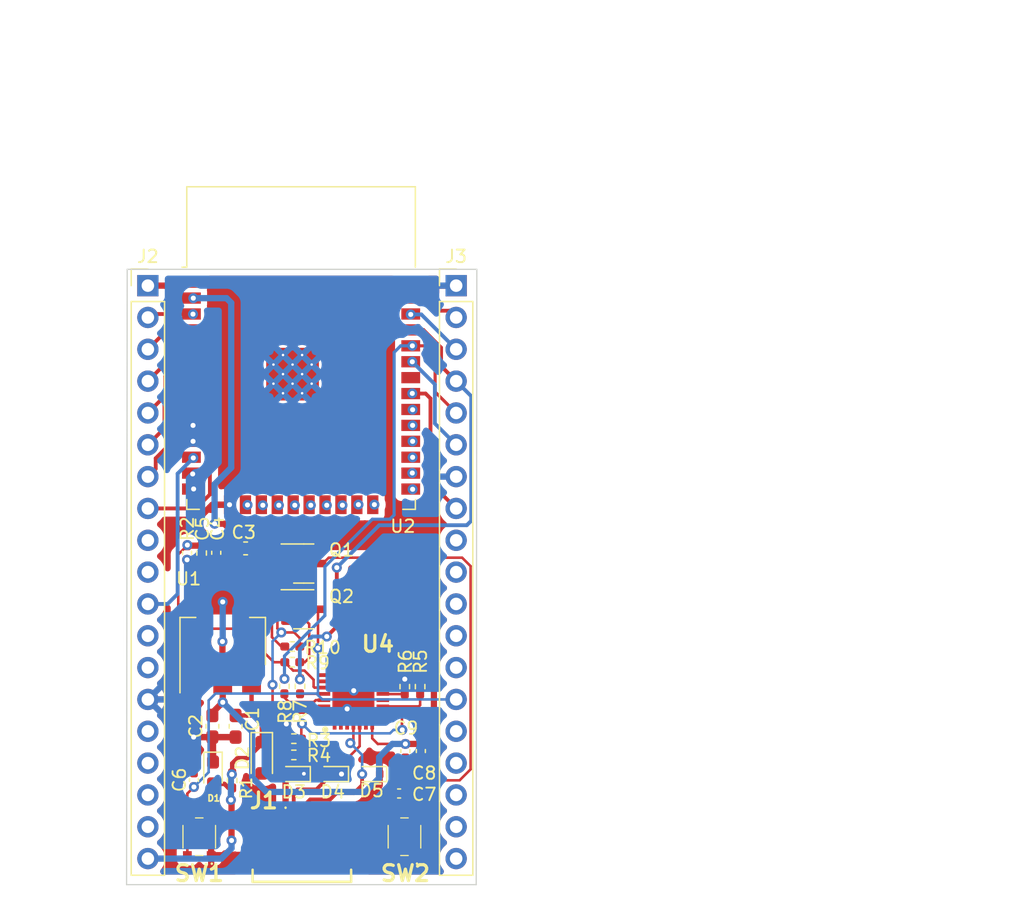
<source format=kicad_pcb>
(kicad_pcb (version 20221018) (generator pcbnew)
  (title_block (title "MODULO ESP32") (date "2023-06-04") (rev "V1.2") (company "Machine Electronics") (comment 1 "Raudy Rodríguez Moreno"))
  (layers (0 "F.Cu" signal "+3.3V") (1 "In1.Cu" signal) (2 "In2.Cu" signal) (31 "B.Cu" signal "GND") (34 "B.Paste" user) (35 "F.Paste" user) (36 "B.SilkS" user "B.Silkscreen") (37 "F.SilkS" user "F.Silkscreen") (38 "B.Mask" user) (39 "F.Mask" user) (44 "Edge.Cuts" user))
  (net 0 "")
  (net 1 "+5V")
  (net 2 "GND")
  (net 3 "+3.3V")
  (net 4 "/EN")
  (net 5 "/IO0")
  (net 6 "Net-(D1-A)")
  (net 7 "+VUSB")
  (net 8 "/USB_DP")
  (net 9 "/USB_DN")
  (net 11 "/SENSOR_VP")
  (net 12 "/SENSOR_VN")
  (net 13 "/IO34")
  (net 14 "/IO35")
  (net 15 "/IO32")
  (net 16 "/IO33")
  (net 17 "/IO25")
  (net 18 "/IO26")
  (net 19 "/IO27")
  (net 20 "/IO14")
  (net 21 "/IO12")
  (net 22 "/IO13")
  (net 23 "/SD2")
  (net 24 "/SD3")
  (net 25 "/CMD")
  (net 26 "/IO23")
  (net 27 "/IO22")
  (net 28 "/TXD0")
  (net 29 "/RXD0")
  (net 30 "/IO21")
  (net 31 "/IO19")
  (net 32 "/IO18")
  (net 33 "/IO5")
  (net 34 "/IO17")
  (net 35 "/IO16")
  (net 36 "/IO4")
  (net 37 "/IO2")
  (net 38 "/IO15")
  (net 39 "/SD1")
  (net 40 "/SD0")
  (net 41 "/CLK")
  (net 42 "/RTS")
  (net 43 "Net-(Q1-B)")
  (net 44 "Net-(Q2-B)")
  (net 45 "/VBUS1")
  (net 46 "Net-(U4-~{RST})")
  (net 47 "Net-(U4-~{SUSPEND})")
  (net 48 "/RXD")
  (net 49 "/TXD")
  (net 51 "/DCD")
  (net 52 "/RI")
  (net 65 "/CTS")
  (net 66 "/DSR")
  (net 67 "/DTR")
  (footprint "Capacitor_SMD:C_0402_1005Metric_Pad0.74x0.62mm_HandSolder" (layer "F.Cu") (at 204.775 74.2175 -90)
    (fp_text reference "C5")
    (fp_text value "0.1uf")
  )
  (footprint "RF_Module:ESP32-WROOM-32" (layer "F.Cu") (at 213.875 60.8725)
    (fp_text reference "U2")
    (fp_text value "ESP32-WROOM-32")
  )
  (footprint "Capacitor_SMD:C_0402_1005Metric_Pad0.74x0.62mm_HandSolder" (layer "F.Cu") (at 205.325 92.3375 90)
    (fp_text reference "C6")
    (fp_text value "0.1uf")
  )
  (footprint "Resistor_SMD:R_0402_1005Metric_Pad0.72x0.64mm_HandSolder" (layer "F.Cu") (at 223.375 84.8975 90)
    (fp_text reference "R5")
    (fp_text value "2K")
  )
  (footprint "Resistor_SMD:R_0402_1005Metric_Pad0.72x0.64mm_HandSolder" (layer "F.Cu") (at 213.7925 84.8725 -90)
    (fp_text reference "R7")
    (fp_text value "0R")
  )
  (footprint "LibKiCad:KMT021NGJLHS" (layer "F.Cu") (at 205.75 96.875 90)
    (fp_text reference "SW1")
    (fp_text value "SW_Push_Dual" hide)
  )
  (footprint "Capacitor_SMD:C_0402_1005Metric_Pad0.74x0.62mm_HandSolder" (layer "F.Cu") (at 222.1975 90.0375 -90)
    (fp_text reference "C9")
    (fp_text value "4.7uf")
  )
  (footprint "Diode_SMD:D_SOD-523" (layer "F.Cu") (at 219.4475 91.875 180)
    (fp_text reference "D5")
    (fp_text value "ESD9B3.3ST5G")
  )
  (footprint "Connector_PinHeader_2.54mm:PinHeader_1x19_P2.54mm_Vertical" (layer "F.Cu") (at 201.65 52.9)
    (fp_text reference "J2")
    (fp_text value "Conn_01x19")
  )
  (footprint "Package_TO_SOT_SMD:SOT-23-3" (layer "F.Cu") (at 214.0875 75.075)
    (fp_text reference "Q1")
    (fp_text value "S8050")
  )
  (footprint "Resistor_SMD:R_0402_1005Metric_Pad0.72x0.64mm_HandSolder" (layer "F.Cu") (at 222.15 84.8975 90)
    (fp_text reference "R6")
    (fp_text value "10K")
  )
  (footprint "Capacitor_SMD:C_0603_1608Metric_Pad1.08x0.95mm_HandSolder" (layer "F.Cu") (at 209.45 73.8675)
    (fp_text reference "C3")
    (fp_text value "22uf")
  )
  (footprint "Capacitor_SMD:C_0603_1608Metric_Pad1.08x0.95mm_HandSolder" (layer "F.Cu") (at 208.65 88.0625 -90)
    (fp_text reference "C1")
    (fp_text value "22uf")
  )
  (footprint "Diode_SMD:D_SOD-323_HandSoldering" (layer "F.Cu") (at 210.74125 90.575 -90)
    (fp_text reference "D2")
    (fp_text value "D_Schottky")
  )
  (footprint "Resistor_SMD:R_0402_1005Metric_Pad0.72x0.64mm_HandSolder" (layer "F.Cu") (at 213.2975 89.05 180)
    (fp_text reference "R4")
    (fp_text value "47.5K")
  )
  (footprint "Diode_SMD:D_SOD-523" (layer "F.Cu") (at 213.3525 91.875 180)
    (fp_text reference "D3")
    (fp_text value "ESD9B3.3ST5G")
  )
  (footprint "Capacitor_SMD:C_0402_1005Metric_Pad0.74x0.62mm_HandSolder" (layer "F.Cu") (at 207.105 74.2175 90)
    (fp_text reference "C4")
    (fp_text value "0.1uf")
  )
  (footprint "Resistor_SMD:R_0402_1005Metric_Pad0.72x0.64mm_HandSolder" (layer "F.Cu") (at 213.1725 81.7 180)
    (fp_text reference "R9")
    (fp_text value "10K")
  )
  (footprint "Resistor_SMD:R_0402_1005Metric_Pad0.72x0.64mm_HandSolder" (layer "F.Cu") (at 205.94 74.2375 90)
    (fp_text reference "R2")
    (fp_text value "10K")
  )
  (footprint "Capacitor_SMD:C_0402_1005Metric_Pad0.74x0.62mm_HandSolder" (layer "F.Cu") (at 221.6975 93.425)
    (fp_text reference "C7")
    (fp_text value "0.1uf")
  )
  (footprint "LibKiCad:KMT021NGJLHS" (layer "F.Cu") (at 222.125 96.875 90)
    (fp_text reference "SW2")
    (fp_text value "SW_Push_Dual" hide)
  )
  (footprint "Resistor_SMD:R_0402_1005Metric_Pad0.72x0.64mm_HandSolder" (layer "F.Cu") (at 213.2975 90.3475)
    (fp_text reference "R3")
    (fp_text value "22.1K")
  )
  (footprint "KiCad:QFN50P500X500X80-29N-D" (layer "F.Cu") (at 218.05 85.4775 90)
    (fp_text reference "U4")
    (fp_text value "CP2102N-Axx-xQFN28" hide)
  )
  (footprint "LED_SMD:LED_0603_1608Metric_Pad1.05x0.95mm_HandSolder" (layer "F.Cu") (at 206.85 91.7875 -90)
    (fp_text reference "D1")
    (fp_text value "LED")
  )
  (footprint "Resistor_SMD:R_0402_1005Metric_Pad0.72x0.64mm_HandSolder" (layer "F.Cu") (at 212.5425 84.8725 -90)
    (fp_text reference "R8")
    (fp_text value "0R")
  )
  (footprint "Resistor_SMD:R_0402_1005Metric_Pad0.72x0.64mm_HandSolder" (layer "F.Cu") (at 213.1725 82.95)
    (fp_text reference "R10")
    (fp_text value "10K")
  )
  (footprint "Package_TO_SOT_SMD:SOT-223-3_TabPin2" (layer "F.Cu") (at 207.6225 81.2875 90)
    (fp_text reference "U1")
    (fp_text value "AMS1117-3.3")
  )
  (footprint "Capacitor_SMD:C_0603_1608Metric_Pad1.08x0.95mm_HandSolder" (layer "F.Cu") (at 206.8 88.0625 -90)
    (fp_text reference "C2")
    (fp_text value "22uf")
  )
  (footprint "Package_TO_SOT_SMD:SOT-23-3" (layer "F.Cu") (at 214.0875 78.725)
    (fp_text reference "Q2")
    (fp_text value "S8050")
  )
  (footprint "Capacitor_SMD:C_0402_1005Metric_Pad0.74x0.62mm_HandSolder" (layer "F.Cu") (at 223.4325 90.0375 -90)
    (fp_text reference "C8")
    (fp_text value "0.1uf")
  )
  (footprint "Diode_SMD:D_SOD-523" (layer "F.Cu") (at 216.4 91.875 180)
    (fp_text reference "D4")
    (fp_text value "ESD9B3.3ST5G")
  )
  (footprint "Resistor_SMD:R_0402_1005Metric_Pad0.72x0.64mm_HandSolder" (layer "F.Cu") (at 208.375 92.385 -90)
    (fp_text reference "R1")
    (fp_text value "2K")
  )
  (footprint "Connector_PinHeader_2.54mm:PinHeader_1x19_P2.54mm_Vertical" (layer "F.Cu") (at 226.25 52.9)
    (fp_text reference "J3")
    (fp_text value "Conn_01x19")
  )
  (footprint "LibKiCad:miniUSB_10118192-0002LF" (layer "F.Cu") (at 213.9375 97.95)
    (fp_text reference "J1")
    (fp_text value "10118192-0002LF" hide)
  )
  (gr_line (start 199.95 100.7) (end 200 51.6) (stroke (width 0.1)) (layer "Edge.Cuts"))
  (gr_line (start 227.9 51.6) (end 227.85 100.7) (stroke (width 0.1)) (layer "Edge.Cuts"))
  (gr_line (start 227.9 51.6) (end 200 51.6) (stroke (width 0.1)) (layer "Edge.Cuts"))
  (gr_line (start 199.95 100.7) (end 227.85 100.7) (stroke (width 0.1)) (layer "Edge.Cuts"))
  (segment (start 210.275 87.2) (end 209.525 87.2) (width 0.35) (layer "F.Cu") (net 1))
  (segment (start 209.525 87.2) (end 208.65 87.2) (width 0.35) (layer "F.Cu") (net 1))
  (segment (start 209.525 87.2) (end 209.57 87.2) (width 0.35) (layer "F.Cu") (net 1))
  (segment (start 208.325 97.175) (end 208.325 93.9895) (width 0.5) (layer "F.Cu") (net 1))
  (segment (start 208.375 91.7875) (end 208.375 91.025) (width 0.35) (layer "F.Cu") (net 1))
  (segment (start 210.74125 89.45875) (end 210.74125 89.325) (width 0.35) (layer "F.Cu") (net 1))
  (segment (start 209.9225 86.8475) (end 209.9225 84.4375) (width 0.35) (layer "F.Cu") (net 1))
  (segment (start 210.275 87.2) (end 209.9225 86.8475) (width 0.35) (layer "F.Cu") (net 1))
  (segment (start 210.74125 87.66625) (end 210.275 87.2) (width 0.35) (layer "F.Cu") (net 1))
  (segment (start 208.8 90.6) (end 209.6 90.6) (width 0.35) (layer "F.Cu") (net 1))
  (segment (start 208.375 91.025) (end 208.8 90.6) (width 0.35) (layer "F.Cu") (net 1))
  (segment (start 209.6 90.6) (end 210.74125 89.45875) (width 0.35) (layer "F.Cu") (net 1))
  (segment (start 209.57 87.2) (end 209.9225 86.8475) (width 0.35) (layer "F.Cu") (net 1))
  (segment (start 208.325 93.9895) (end 208.275 93.9395) (width 0.5) (layer "F.Cu") (net 1))
  (segment (start 210.74125 89.325) (end 210.74125 87.66625) (width 0.35) (layer "F.Cu") (net 1))
  (via (at 208.275 93.9395) (size 0.8) (drill 0.4) (layers "F.Cu" "B.Cu") (net 1))
  (via (at 208.325 97.175) (size 0.8) (drill 0.4) (layers "F.Cu" "B.Cu") (net 1))
  (via (at 208.35 91.9) (size 0.8) (drill 0.4) (layers "F.Cu" "B.Cu") (net 1))
  (segment (start 207.505 98.62) (end 208.325 97.8) (width 0.5) (layer "B.Cu") (net 1))
  (segment (start 208.325 97.8) (end 208.325 97.175) (width 0.5) (layer "B.Cu") (net 1))
  (segment (start 208.275 91.975) (end 208.35 91.9) (width 0.5) (layer "B.Cu") (net 1))
  (segment (start 201.65 98.62) (end 207.505 98.62) (width 0.5) (layer "B.Cu") (net 1))
  (segment (start 208.275 93.9395) (end 208.275 91.975) (width 0.5) (layer "B.Cu") (net 1))
  (segment (start 217.55 87.8275) (end 217.55 86.675) (width 0.25) (layer "F.Cu") (net 2))
  (segment (start 218.05 86.175) (end 217.55 86.675) (width 0.25) (layer "F.Cu") (net 2))
  (segment (start 216.9125 95.65) (end 217.0375 95.775) (width 0.5) (layer "F.Cu") (net 2))
  (segment (start 206.8 88.925) (end 205.3 88.925) (width 0.5) (layer "F.Cu") (net 2))
  (segment (start 207.105 73.65) (end 207.105 73.58483) (width 0.5) (layer "F.Cu") (net 2))
  (segment (start 218.05 85.4775) (end 218.05 86.175) (width 0.25) (layer "F.Cu") (net 2))
  (segment (start 205.65 72.12983) (end 205.65 71.525) (width 0.5) (layer "F.Cu") (net 2))
  (segment (start 210.8375 95.775) (end 210.8375 97.625) (width 0.5) (layer "F.Cu") (net 2))
  (segment (start 215.2375 95.65) (end 216.9125 95.65) (width 0.5) (layer "F.Cu") (net 2))
  (segment (start 207.105 73.58483) (end 205.65 72.12983) (width 0.5) (layer "F.Cu") (net 2))
  (segment (start 206.85 88.975) (end 206.8 88.925) (width 0.5) (layer "F.Cu") (net 2))
  (segment (start 222.265 93.425) (end 222.265 94.59) (width 0.5) (layer "F.Cu") (net 2))
  (segment (start 214.075 91.875) (end 214.1 91.85) (width 0.2032) (layer "F.Cu") (net 2))
  (segment (start 218.05 85.4775) (end 218.05 85.2439) (width 0.25) (layer "F.Cu") (net 2))
  (segment (start 206.7925 70.3825) (end 205.65 71.525) (width 0.5) (layer "F.Cu") (net 2))
  (segment (start 206.7925 70.3825) (end 208.295 70.3825) (width 0.25) (layer "F.Cu") (net 2))
  (segment (start 222.265 94.59) (end 223.075 95.4) (width 0.5) (layer "F.Cu") (net 2))
  (segment (start 204.775 74.785) (end 204.775 74.7761) (width 0.25) (layer "F.Cu") (net 2))
  (segment (start 207.325 70.3825) (end 206.7925 70.3825) (width 0.5) (layer "F.Cu") (net 2))
  (segment (start 218.05 85.2439) (end 218.075 85.2189) (width 0.25) (layer "F.Cu") (net 2))
  (segment (start 206.8 88.925) (end 208.65 88.925) (width 0.5) (layer "F.Cu") (net 2))
  (segment (start 214.0525 91.875) (end 214.075 91.875) (width 0.2032) (layer "F.Cu") (net 2))
  (segment (start 206.85 90.9125) (end 206.85 88.975) (width 0.5) (layer "F.Cu") (net 2))
  (segment (start 204.775 74.7761) (end 204.7761 74.775) (width 0.25) (layer "F.Cu") (net 2))
  (segment (start 210.8375 97.625) (end 210.1375 98.325) (width 0.5) (layer "F.Cu") (net 2))
  (segment (start 208.165 70.3825) (end 207.325 70.3825) (width 0.5) (layer "F.Cu") (net 2))
  (segment (start 212.7 87.875) (end 212.7 89.05) (width 0.25) (layer "F.Cu") (net 2))
  (via (at 222.15 84.3) (size 0.8) (drill 0.4) (layers "F.Cu" "B.Cu") (net 2))
  (via (at 208.165 70.3825) (size 0.8) (drill 0.4) (layers "F.Cu" "B.Cu") (net 2))
  (via (at 205.3 88.925) (size 0.8) (drill 0.4) (layers "F.Cu" "B.Cu") (net 2))
  (via (at 217.55 86.675) (size 0.8) (drill 0.4) (layers "F.Cu" "B.Cu") (net 2))
  (via (at 218.075 85.2189) (size 0.8) (drill 0.4) (layers "F.Cu" "B.Cu") (net 2))
  (via (at 204.7761 74.775) (size 0.8) (drill 0.4) (layers "F.Cu" "B.Cu") (net 2))
  (via (at 217.1 91.875) (size 0.8) (drill 0.4) (layers "F.Cu" "B.Cu") (net 2))
  (via (at 214.1 91.85) (size 0.5) (drill 0.3) (layers "F.Cu" "B.Cu") (net 2))
  (via (at 212.7 87.875) (size 0.8) (drill 0.4) (layers "F.Cu" "B.Cu") (net 2))
  (segment (start 213.5 86.675) (end 212.725 87.45) (width 0.25) (layer "B.Cu") (net 2))
  (segment (start 212.725 87.45) (end 212.725 87.85) (width 0.25) (layer "B.Cu") (net 2))
  (segment (start 204.655 88.925) (end 201.65 85.92) (width 0.5) (layer "B.Cu") (net 2))
  (segment (start 201.65 85.92) (end 204.7761 82.7939) (width 0.5) (layer "B.Cu") (net 2))
  (segment (start 212.725 87.85) (end 212.7 87.875) (width 0.25) (layer "B.Cu") (net 2))
  (segment (start 212.7 90.45) (end 212.8 90.55) (width 0.5) (layer "B.Cu") (net 2))
  (segment (start 204.7761 82.7939) (end 204.7761 74.775) (width 0.5) (layer "B.Cu") (net 2))
  (segment (start 212.7 87.875) (end 212.7 88.775) (width 0.5) (layer "B.Cu") (net 2))
  (segment (start 205.3 88.925) (end 204.655 88.925) (width 0.5) (layer "B.Cu") (net 2))
  (segment (start 218.9939 84.3) (end 222.15 84.3) (width 0.25) (layer "B.Cu") (net 2))
  (segment (start 217.55 86.675) (end 213.5 86.675) (width 0.25) (layer "B.Cu") (net 2))
  (segment (start 212.7 88.775) (end 212.7 90.45) (width 0.5) (layer "B.Cu") (net 2))
  (segment (start 214.1 91.85) (end 212.8 90.55) (width 0.5) (layer "B.Cu") (net 2))
  (segment (start 218.075 85.2189) (end 218.9939 84.3) (width 0.25) (layer "B.Cu") (net 2))
  (segment (start 207.625 86.15) (end 207.6225 86.1475) (width 0.5) (layer "F.Cu") (net 3))
  (segment (start 220.005 89.47) (end 222.1975 89.47) (width 0.2032) (layer "F.Cu") (net 3))
  (segment (start 220 89.475) (end 220.005 89.47) (width 0.2032) (layer "F.Cu") (net 3))
  (segment (start 223.88 89.47) (end 223.4325 89.47) (width 0.5) (layer "F.Cu") (net 3))
  (segment (start 204.075 53.9) (end 203.075 52.9) (width 0.5) (layer "F.Cu") (net 3))
  (segment (start 206.8 87.2) (end 206.8 86.975) (width 0.5) (layer "F.Cu") (net 3))
  (segment (start 207.6 84.415) (end 207.6225 84.4375) (width 0.5) (layer "F.Cu") (net 3))
  (segment (start 205.255 53.8925) (end 205.2675 53.8925) (width 0.5) (layer "F.Cu") (net 3))
  (segment (start 208.5875 73.8675) (end 207.67 74.785) (width 0.5) (layer "F.Cu") (net 3))
  (segment (start 223.375 84.3) (end 224.2 84.3) (width 0.5) (layer "F.Cu") (net 3))
  (segment (start 203.075 52.9) (end 201.65 52.9) (width 0.5) (layer "F.Cu") (net 3))
  (segment (start 224.475 84.575) (end 224.475 88.875) (width 0.5) (layer "F.Cu") (net 3))
  (segment (start 219.55 87.8275) (end 219.55 89.025) (width 0.2032) (layer "F.Cu") (net 3))
  (segment (start 219.55 89.025) (end 220 89.475) (width 0.2032) (layer "F.Cu") (net 3))
  (segment (start 224.2 84.3) (end 224.475 84.575) (width 0.5) (layer "F.Cu") (net 3))
  (segment (start 207.75 71.9) (end 208.6 72.75) (width 0.5) (layer "F.Cu") (net 3))
  (segment (start 207.6225 86.1475) (end 207.6225 84.4375) (width 0.5) (layer "F.Cu") (net 3))
  (segment (start 224.475 88.875) (end 223.88 89.47) (width 0.5) (layer "F.Cu") (net 3))
  (segment (start 207.055 74.835) (end 207.105 74.785) (width 0.5) (layer "F.Cu") (net 3))
  (segment (start 206.975 71.9) (end 207.75 71.9) (width 0.5) (layer "F.Cu") (net 3))
  (segment (start 205.94 74.835) (end 207.055 74.835) (width 0.5) (layer "F.Cu") (net 3))
  (segment (start 207.6225 78.1375) (end 207.6225 74.8325) (width 0.5) (layer "F.Cu") (net 3))
  (segment (start 208.6 72.75) (end 208.5875 72.7625) (width 0.5) (layer "F.Cu") (net 3))
  (segment (start 223.4325 89.47) (end 222.1975 89.47) (width 0.5) (layer "F.Cu") (net 3))
  (segment (start 207.6 81.3) (end 207.6 84.415) (width 0.5) (layer "F.Cu") (net 3))
  (segment (start 205.275 53.9) (end 204.075 53.9) (width 0.5) (layer "F.Cu") (net 3))
  (segment (start 208.5875 72.7625) (end 208.5875 73.8675) (width 0.5) (layer "F.Cu") (net 3))
  (segment (start 207.6225 74.8325) (end 207.67 74.785) (width 0.5) (layer "F.Cu") (net 3))
  (segment (start 205.2675 53.8925) (end 205.275 53.9) (width 0.5) (layer "F.Cu") (net 3))
  (segment (start 207.67 74.785) (end 207.105 74.785) (width 0.5) (layer "F.Cu") (net 3))
  (segment (start 206.8 86.975) (end 207.625 86.15) (width 0.5) (layer "F.Cu") (net 3))
  (segment (start 219.05 87.8275) (end 219.55 87.8275) (width 0.2032) (layer "F.Cu") (net 3))
  (via (at 206.975 71.9) (size 0.8) (drill 0.4) (layers "F.Cu" "B.Cu") (net 3))
  (via (at 205.275 53.9) (size 0.8) (drill 0.4) (layers "F.Cu" "B.Cu") (net 3))
  (via (at 207.625 86.15) (size 0.8) (drill 0.4) (layers "F.Cu" "B.Cu") (net 3))
  (via (at 207.6225 78.1375) (size 0.8) (drill 0.4) (layers "F.Cu" "B.Cu") (net 3))
  (via (at 207.6 81.3) (size 0.8) (drill 0.4) (layers "F.Cu" "B.Cu") (net 3))
  (via (at 222.1975 89.47) (size 0.8) (drill 0.4) (layers "F.Cu" "B.Cu") (net 3))
  (segment (start 207.925 53.9) (end 208.3 54.275) (width 0.5) (layer "B.Cu") (net 3))
  (segment (start 209.975 88.5) (end 207.625 86.15) (width 0.5) (layer "B.Cu") (net 3))
  (segment (start 208.3 67.425) (end 206.975 68.75) (width 0.5) (layer "B.Cu") (net 3))
  (segment (start 219 93.3) (end 211.125 93.3) (width 0.5) (layer "B.Cu") (net 3))
  (segment (start 222.1975 89.47) (end 221.155 89.47) (width 0.5) (layer "B.Cu") (net 3))
  (segment (start 220.1 90.525) (end 220.1 92.2) (width 0.5) (layer "B.Cu") (net 3))
  (segment (start 208.3 54.275) (end 208.3 67.425) (width 0.5) (layer "B.Cu") (net 3))
  (segment (start 209.975 92.15) (end 209.975 88.5) (width 0.5) (layer "B.Cu") (net 3))
  (segment (start 205.275 53.9) (end 207.925 53.9) (width 0.5) (layer "B.Cu") (net 3))
  (segment (start 221.155 89.47) (end 220.1 90.525) (width 0.5) (layer "B.Cu") (net 3))
  (segment (start 207.6225 81.2775) (end 207.6 81.3) (width 0.5) (layer "B.Cu") (net 3))
  (segment (start 211.125 93.3) (end 209.975 92.15) (width 0.5) (layer "B.Cu") (net 3))
  (segment (start 206.975 68.75) (end 206.975 71.9) (width 0.5) (layer "B.Cu") (net 3))
  (segment (start 207.6225 78.1375) (end 207.6225 81.2775) (width 0.5) (layer "B.Cu") (net 3))
  (segment (start 220.1 92.2) (end 219 93.3) (width 0.5) (layer "B.Cu") (net 3))
  (segment (start 221.175 93.47) (end 221.13 93.425) (width 0.2032) (layer "F.Cu") (net 4))
  (segment (start 205.255 55.1625) (end 205.25 55.175) (width 0.3048) (layer "F.Cu") (net 4))
  (segment (start 211.55 74.8) (end 210.5 75.85) (width 0.2032) (layer "F.Cu") (net 4))
  (segment (start 215.175 73.55) (end 214.925 73.3) (width 0.2032) (layer "F.Cu") (net 4))
  (segment (start 212.125 73.3) (end 211.55 73.875) (width 0.2032) (layer "F.Cu") (net 4))
  (segment (start 215.175 75.025) (end 215.175 73.55) (width 0.2032) (layer "F.Cu") (net 4))
  (segment (start 216.0833 74.6084) (end 226.727009 74.6084) (width 0.2032) (layer "F.Cu") (net 4))
  (segment (start 227.4016 91.4984) (end 226.525 92.375) (width 0.2032) (layer "F.Cu") (net 4))
  (segment (start 214.925 73.3) (end 212.125 73.3) (width 0.2032) (layer "F.Cu") (net 4))
  (segment (start 201.9275 55.1625) (end 201.65 55.44) (width 0.3048) (layer "F.Cu") (net 4))
  (segment (start 204.775 73.65) (end 205.93 73.65) (width 0.5) (layer "F.Cu") (net 4))
  (segment (start 205.25 55.175) (end 201.9275 55.1625) (width 0.3048) (layer "F.Cu") (net 4))
  (segment (start 215.6167 75.075) (end 216.0833 74.6084) (width 0.2032) (layer "F.Cu") (net 4))
  (segment (start 226.727009 74.6084) (end 227.4016 75.282991) (width 0.2032) (layer "F.Cu") (net 4))
  (segment (start 204.075 79.55) (end 204.075 74.35) (width 0.2032) (layer "F.Cu") (net 4))
  (segment (start 210.35 80.275) (end 204.825 80.275) (width 0.2032) (layer "F.Cu") (net 4))
  (segment (start 221.13 92.645) (end 221.13 93.425) (width 0.2032) (layer "F.Cu") (net 4))
  (segment (start 210.5 75.85) (end 210.5 80.125) (width 0.2032) (layer "F.Cu") (net 4))
  (segment (start 205.93 73.65) (end 205.94 73.64) (width 0.5) (layer "F.Cu") (net 4))
  (segment (start 221.4 92.375) (end 221.13 92.645) (width 0.2032) (layer "F.Cu") (net 4))
  (segment (start 215.225 75.075) (end 215.175 75.025) (width 0.2032) (layer "F.Cu") (net 4))
  (segment (start 204.075 74.35) (end 204.775 73.65) (width 0.2032) (layer "F.Cu") (net 4))
  (segment (start 204.825 80.275) (end 204.1 79.55) (width 0.2032) (layer "F.Cu") (net 4))
  (segment (start 221.175 98.35) (end 221.175 95.4) (width 0.2032) (layer "F.Cu") (net 4))
  (segment (start 226.525 92.375) (end 221.4 92.375) (width 0.2032) (layer "F.Cu") (net 4))
  (segment (start 211.55 73.875) (end 211.55 74.8) (width 0.2032) (layer "F.Cu") (net 4))
  (segment (start 210.5 80.125) (end 210.35 80.275) (width 0.2032) (layer "F.Cu") (net 4))
  (segment (start 204.1 79.55) (end 204.075 79.55) (width 0.2032) (layer "F.Cu") (net 4))
  (segment (start 221.175 95.4) (end 221.175 93.47) (width 0.2032) (layer "F.Cu") (net 4))
  (segment (start 227.4016 75.282991) (end 227.4016 91.4984) (width 0.2032) (layer "F.Cu") (net 4))
  (via (at 204.8 73.6) (size 0.8) (drill 0.4) (layers "F.Cu" "B.Cu") (net 4))
  (via (at 205.25 55.175) (size 0.8) (drill 0.4) (layers "F.Cu" "B.Cu") (net 4))
  (segment (start 204.8 95.4) (end 204.8 93.43) (width 0.2032) (layer "F.Cu") (net 5))
  (segment (start 215.225 78.725) (end 215.225 81.8239) (width 0.2032) (layer "F.Cu") (net 5))
  (segment (start 215.225 81.8239) (end 215.2261 81.825) (width 0.2032) (layer "F.Cu") (net 5))
  (segment (start 204.8 98.35) (end 204.8 95.4) (width 0.2032) (layer "F.Cu") (net 5))
  (segment (start 204.8 93.43) (end 205.325 92.905) (width 0.2032) (layer "F.Cu") (net 5))
  (via (at 205.325 92.905) (size 0.8) (drill 0.4) (layers "F.Cu" "B.Cu") (net 5))
  (via (at 215.2261 81.825) (size 0.8) (drill 0.4) (layers "F.Cu" "B.Cu") (net 5))
  (via (at 222.775 69.15) (size 0.8) (drill 0.4) (layers "F.Cu" "B.Cu") (net 5))
  (segment (start 206.5 91.73) (end 206.5 86) (width 0.2032) (layer "B.Cu") (net 5))
  (segment (start 215.2261 81.825) (end 215.225 81.8261) (width 0.2032) (layer "B.Cu") (net 5))
  (segment (start 207.0516 85.4484) (end 215.0984 85.4484) (width 0.2032) (layer "B.Cu") (net 5))
  (segment (start 215.225 81.8261) (end 215.225 85.575) (width 0.2032) (layer "B.Cu") (net 5))
  (segment (start 215.225 85.575) (end 215.57 85.92) (width 0.2032) (layer "B.Cu") (net 5))
  (segment (start 205.325 92.905) (end 206.5 91.73) (width 0.2032) (layer "B.Cu") (net 5))
  (segment (start 215.57 85.92) (end 226.25 85.92) (width 0.2032) (layer "B.Cu") (net 5))
  (segment (start 215.0984 85.4484) (end 215.225 85.575) (width 0.2032) (layer "B.Cu") (net 5))
  (segment (start 206.5 86) (end 207.0516 85.4484) (width 0.2032) (layer "B.Cu") (net 5))
  (segment (start 206.85 92.6625) (end 207.7625 92.6625) (width 0.35) (layer "F.Cu") (net 6))
  (segment (start 208.375 92.9825) (end 208.0825 92.9825) (width 0.35) (layer "F.Cu") (net 6))
  (segment (start 207.7625 92.6625) (end 208.0825 92.9825) (width 0.35) (layer "F.Cu") (net 6))
  (segment (start 212.6375 91.89) (end 212.6525 91.875) (width 0.5) (layer "F.Cu") (net 7))
  (segment (start 210.79125 91.875) (end 210.74125 91.825) (width 0.5) (layer "F.Cu") (net 7))
  (segment (start 212.6375 95.65) (end 212.6375 91.89) (width 0.5) (layer "F.Cu") (net 7))
  (segment (start 212.6525 91.875) (end 212.6525 90.395) (width 0.5) (layer "F.Cu") (net 7))
  (segment (start 212.6525 90.395) (end 212.7 90.3475) (width 0.5) (layer "F.Cu") (net 7))
  (segment (start 212.6525 91.875) (end 210.79125 91.875) (width 0.5) (layer "F.Cu") (net 7))
  (segment (start 216.2 93.9) (end 214.6 93.9) (width 0.3048) (layer "F.Cu") (net 8))
  (segment (start 216.7 93.4) (end 216.2 93.9) (width 0.3048) (layer "F.Cu") (net 8))
  (segment (start 218.1 93.4) (end 216.7 93.4) (width 0.3048) (layer "F.Cu") (net 8))
  (segment (start 217.803697 89.404797) (end 218.05 89.158494) (width 0.2032) (layer "F.Cu") (net 8))
  (segment (start 218.05 89.158494) (end 218.05 87.8275) (width 0.2032) (layer "F.Cu") (net 8))
  (segment (start 218.7475 91.875) (end 218.7475 92.7525) (width 0.3048) (layer "F.Cu") (net 8))
  (segment (start 218.7475 92.7525) (end 218.1 93.4) (width 0.3048) (layer "F.Cu") (net 8))
  (segment (start 214.6 93.9) (end 213.9375 94.5625) (width 0.3048) (layer "F.Cu") (net 8))
  (segment (start 213.9375 94.5625) (end 213.9375 95.65) (width 0.3048) (layer "F.Cu") (net 8))
  (via (at 218.7475 91.875) (size 0.8) (drill 0.4) (layers "F.Cu" "B.Cu") (net 8))
  (via (at 217.803697 89.404797) (size 0.8) (drill 0.4) (layers "F.Cu" "B.Cu") (net 8))
  (segment (start 218.7475 90.3486) (end 218.7475 91.875) (width 0.2032) (layer "B.Cu") (net 8))
  (segment (start 217.803697 89.404797) (end 218.7475 90.3486) (width 0.2032) (layer "B.Cu") (net 8))
  (segment (start 215.1 93.1) (end 213.6 93.1) (width 0.3048) (layer "F.Cu") (net 9))
  (segment (start 215.7 91.875) (end 215.725 91.875) (width 0.3048) (layer "F.Cu") (net 9))
  (segment (start 218.55 89.65) (end 217.325 90.875) (width 0.2032) (layer "F.Cu") (net 9))
  (segment (start 215.7 92.5) (end 215.1 93.1) (width 0.3048) (layer "F.Cu") (net 9))
  (segment (start 213.2875 93.4125) (end 213.2875 95.65) (width 0.3048) (layer "F.Cu") (net 9))
  (segment (start 213.6 93.1) (end 213.2875 93.4125) (width 0.3048) (layer "F.Cu") (net 9))
  (segment (start 217.325 90.875) (end 216 90.875) (width 0.2032) (layer "F.Cu") (net 9))
  (segment (start 215.7 91.875) (end 215.7 92.5) (width 0.3048) (layer "F.Cu") (net 9))
  (segment (start 215.7 91.175) (end 215.7 91.875) (width 0.2032) (layer "F.Cu") (net 9))
  (segment (start 218.55 87.8275) (end 218.55 89.65) (width 0.2032) (layer "F.Cu") (net 9))
  (segment (start 216 90.875) (end 215.7 91.175) (width 0.2032) (layer "F.Cu") (net 9))
  (segment (start 203.1975 56.4325) (end 201.65 57.98) (width 0.3048) (layer "F.Cu") (net 11))
  (segment (start 205.255 56.4325) (end 203.1975 56.4325) (width 0.3048) (layer "F.Cu") (net 11))
  (segment (start 204.4675 57.7025) (end 201.65 60.52) (width 0.3048) (layer "F.Cu") (net 12))
  (segment (start 205.255 57.7025) (end 204.4675 57.7025) (width 0.3048) (layer "F.Cu") (net 12))
  (segment (start 204.2002 58.9725) (end 205.255 58.9725) (width 0.3048) (layer "F.Cu") (net 13))
  (segment (start 203.035 60.1377) (end 204.2002 58.9725) (width 0.3048) (layer "F.Cu") (net 13))
  (segment (start 201.65 63.06) (end 203.035 61.675) (width 0.3048) (layer "F.Cu") (net 13))
  (segment (start 203.035 61.675) (end 203.035 60.1377) (width 0.3048) (layer "F.Cu") (net 13))
  (segment (start 205.255 60.2425) (end 204.2002 60.2425) (width 0.3048) (layer "F.Cu") (net 14))
  (segment (start 203.5398 61.884096) (end 202.975 62.448896) (width 0.3048) (layer "F.Cu") (net 14))
  (segment (start 204.2002 60.2425) (end 203.5398 60.9029) (width 0.3048) (layer "F.Cu") (net 14))
  (segment (start 202.975 62.448896) (end 202.975 64.275) (width 0.3048) (layer "F.Cu") (net 14))
  (segment (start 202.975 64.275) (end 201.65 65.6) (width 0.3048) (layer "F.Cu") (net 14))
  (segment (start 203.5398 60.9029) (end 203.5398 61.884096) (width 0.3048) (layer "F.Cu") (net 14))
  (segment (start 204.625292 61.5125) (end 203.593896 62.543896) (width 0.3048) (layer "F.Cu") (net 15))
  (segment (start 202.275 66.675451) (end 202.275 67.515) (width 0.3048) (layer "F.Cu") (net 15))
  (segment (start 203.593896 65.356555) (end 202.275 66.675451) (width 0.3048) (layer "F.Cu") (net 15))
  (segment (start 203.593896 62.543896) (end 203.593896 65.356555) (width 0.3048) (layer "F.Cu") (net 15))
  (segment (start 202.275 67.515) (end 201.65 68.14) (width 0.3048) (layer "F.Cu") (net 15))
  (segment (start 205.255 61.5125) (end 204.625292 61.5125) (width 0.3048) (layer "F.Cu") (net 15))
  (segment (start 205.255 62.7825) (end 206.0099 62.7825) (width 0.3048) (layer "F.Cu") (net 16))
  (segment (start 206.0099 62.7825) (end 206.6 63.3726) (width 0.3048) (layer "F.Cu") (net 16))
  (segment (start 206.6 69.5623) (end 205.4823 70.68) (width 0.3048) (layer "F.Cu") (net 16))
  (segment (start 205.4823 70.68) (end 201.65 70.68) (width 0.3048) (layer "F.Cu") (net 16))
  (segment (start 206.6 63.3726) (end 206.6 69.5623) (width 0.3048) (layer "F.Cu") (net 16))
  (via blind (at 205.255 64.0525) (size 0.8) (drill 0.4) (layers "F.Cu" "In1.Cu") (net 17))
  (via blind (at 205.255 65.3225) (size 0.8) (drill 0.4) (layers "F.Cu" "In2.Cu") (net 18))
  (via blind (at 205.275 66.65) (size 0.8) (drill 0.4) (layers "F.Cu" "B.Cu") (net 19))
  (segment (start 203.225 78.3) (end 201.65 78.3) (width 0.3048) (layer "B.Cu") (net 19))
  (segment (start 205.275 66.65) (end 204.0237 67.9013) (width 0.3048) (layer "B.Cu") (net 19))
  (segment (start 204.0237 67.9013) (end 204.0237 77.5013) (width 0.3048) (layer "B.Cu") (net 19))
  (segment (start 204.0237 77.5013) (end 203.225 78.3) (width 0.3048) (layer "B.Cu") (net 19))
  (via blind (at 205.225 67.925) (size 0.8) (drill 0.4) (layers "F.Cu" "In1.Cu") (net 20))
  (via blind (at 205.3 69.125) (size 0.8) (drill 0.4) (layers "F.Cu" "In2.Cu") (net 21))
  (via (at 209.6 70.4) (size 0.8) (drill 0.4) (layers "F.Cu" "B.Cu") (net 22))
  (via (at 210.825 70.425) (size 0.8) (drill 0.4) (layers "F.Cu" "B.Cu") (net 23))
  (via (at 212.1 70.425) (size 0.8) (drill 0.4) (layers "F.Cu" "B.Cu") (net 24))
  (via (at 213.375 70.425) (size 0.8) (drill 0.4) (layers "F.Cu" "B.Cu") (net 25))
  (segment (start 225.71 54.9) (end 226.25 55.44) (width 0.3048) (layer "F.Cu") (net 26))
  (segment (start 223.8098 53.8925) (end 224.8173 54.9) (width 0.3048) (layer "F.Cu") (net 26))
  (segment (start 222.755 53.8925) (end 223.8098 53.8925) (width 0.3048) (layer "F.Cu") (net 26))
  (segment (start 224.8173 54.9) (end 225.71 54.9) (width 0.3048) (layer "F.Cu") (net 26))
  (segment (start 222.625 55.1625) (end 222.625 55.2) (width 0.3048) (layer "F.Cu") (net 27))
  (via (at 222.625 55.2) (size 0.8) (drill 0.4) (layers "F.Cu" "B.Cu") (net 27))
  (segment (start 223.47 55.2) (end 226.25 57.98) (width 0.3048) (layer "B.Cu") (net 27))
  (segment (start 222.625 55.2) (end 223.47 55.2) (width 0.3048) (layer "B.Cu") (net 27))
  (segment (start 216.725 80.1011) (end 216.725 75.4) (width 0.3048) (layer "F.Cu") (net 28))
  (segment (start 213.7925 84.305147) (end 213.780647 84.317) (width 0.5) (layer "F.Cu") (net 28))
  (segment (start 215.9261 80.9) (end 216.725 80.1011) (width 0.3048) (layer "F.Cu") (net 28))
  (segment (start 223.6325 56.4325) (end 222.755 56.4325) (width 0.3048) (layer "F.Cu") (net 28))
  (segment (start 213.7925 84.275) (end 213.7925 84.305147) (width 0.5) (layer "F.Cu") (net 28))
  (segment (start 226.25 60.52) (end 225.0476 59.3176) (width 0.3048) (layer "F.Cu") (net 28))
  (segment (start 225.0476 59.3176) (end 225.0476 57.8476) (width 0.3048) (layer "F.Cu") (net 28))
  (segment (start 225.0476 57.8476) (end 223.6325 56.4325) (width 0.3048) (layer "F.Cu") (net 28))
  (via (at 215.9261 80.9) (size 0.8) (drill 0.4) (layers "F.Cu" "B.Cu") (net 28))
  (via (at 216.725 75.4) (size 0.8) (drill 0.4) (layers "F.Cu" "B.Cu") (net 28))
  (via (at 213.780647 84.317) (size 0.8) (drill 0.4) (layers "F.Cu" "B.Cu") (net 28))
  (segment (start 227.4524 61.7224) (end 227.4524 71.6652) (width 0.3048) (layer "B.Cu") (net 28))
  (segment (start 220.1074 72.0176) (end 216.725 75.4) (width 0.3048) (layer "B.Cu") (net 28))
  (segment (start 227.1 72.0176) (end 220.1074 72.0176) (width 0.3048) (layer "B.Cu") (net 28))
  (segment (start 226.25 60.52) (end 227.4524 61.7224) (width 0.3048) (layer "B.Cu") (net 28))
  (segment (start 213.780647 84.317) (end 213.775 84.311353) (width 0.3048) (layer "B.Cu") (net 28))
  (segment (start 214.775 80.9) (end 215.9261 80.9) (width 0.3048) (layer "B.Cu") (net 28))
  (segment (start 227.4524 71.6652) (end 227.1 72.0176) (width 0.3048) (layer "B.Cu") (net 28))
  (segment (start 213.775 81.9) (end 214.775 80.9) (width 0.3048) (layer "B.Cu") (net 28))
  (segment (start 213.775 84.311353) (end 213.775 81.9) (width 0.3048) (layer "B.Cu") (net 28))
  (segment (start 212.5425 84.275) (end 212.55 84.275) (width 0.25) (layer "F.Cu") (net 29))
  (segment (start 224.5702 58.5177) (end 224.5702 61.3802) (width 0.25) (layer "F.Cu") (net 29))
  (segment (start 224.5702 61.3802) (end 226.25 63.06) (width 0.25) (layer "F.Cu") (net 29))
  (segment (start 222.755 57.7025) (end 223.755 57.7025) (width 0.25) (layer "F.Cu") (net 29))
  (segment (start 223.755 57.7025) (end 224.5702 58.5177) (width 0.25) (layer "F.Cu") (net 29))
  (via (at 212.55 84.275) (size 0.8) (drill 0.4) (layers "F.Cu" "B.Cu") (net 29))
  (via (at 222.755 57.7025) (size 0.8) (drill 0.4) (layers "F.Cu" "B.Cu") (net 29))
  (segment (start 212.55 82.449854) (end 215.775 79.224854) (width 0.25) (layer "B.Cu") (net 29))
  (segment (start 215.775 79.224854) (end 215.775 75.324695) (width 0.25) (layer "B.Cu") (net 29))
  (segment (start 220.9598 71.5402) (end 221.3 71.2) (width 0.25) (layer "B.Cu") (net 29))
  (segment (start 219.559495 71.5402) (end 220.9598 71.5402) (width 0.25) (layer "B.Cu") (net 29))
  (segment (start 215.775 75.324695) (end 219.559495 71.5402) (width 0.25) (layer "B.Cu") (net 29))
  (segment (start 212.55 84.275) (end 212.55 82.449854) (width 0.25) (layer "B.Cu") (net 29))
  (segment (start 222.65 57.7) (end 222.6525 57.7025) (width 0.25) (layer "B.Cu") (net 29))
  (segment (start 222.6525 57.7025) (end 222.755 57.7025) (width 0.25) (layer "B.Cu") (net 29))
  (segment (start 221.3 58.225) (end 221.825 57.7) (width 0.25) (layer "B.Cu") (net 29))
  (segment (start 221.825 57.7) (end 222.65 57.7) (width 0.25) (layer "B.Cu") (net 29))
  (segment (start 221.3 71.2) (end 221.3 58.225) (width 0.25) (layer "B.Cu") (net 29))
  (via (at 222.75 58.975) (size 0.8) (drill 0.4) (layers "F.Cu" "B.Cu") (net 30))
  (segment (start 224.55 60.775) (end 224.55 63.9) (width 0.3048) (layer "B.Cu") (net 30))
  (segment (start 224.55 63.9) (end 226.25 65.6) (width 0.3048) (layer "B.Cu") (net 30))
  (segment (start 222.75 58.975) (end 224.55 60.775) (width 0.3048) (layer "B.Cu") (net 30))
  (segment (start 223.8098 61.5125) (end 224.2 61.9027) (width 0.3048) (layer "F.Cu") (net 31))
  (segment (start 222.755 61.5125) (end 223.8098 61.5125) (width 0.3048) (layer "F.Cu") (net 31))
  (segment (start 224.2 68.63) (end 226.25 70.68) (width 0.3048) (layer "F.Cu") (net 31))
  (segment (start 224.2 61.9027) (end 224.2 68.63) (width 0.3048) (layer "F.Cu") (net 31))
  (via (at 222.75 61.5) (size 0.8) (drill 0.4) (layers "F.Cu" "B.Cu") (net 31))
  (via (at 222.775 62.8) (size 0.8) (drill 0.4) (layers "F.Cu" "B.Cu") (net 32))
  (via (at 222.775 64.05) (size 0.8) (drill 0.4) (layers "F.Cu" "B.Cu") (net 33))
  (via (at 222.775 65.325) (size 0.8) (drill 0.4) (layers "F.Cu" "B.Cu") (net 34))
  (via (at 222.775 66.6) (size 0.8) (drill 0.4) (layers "F.Cu" "B.Cu") (net 35))
  (via (at 222.75 67.85) (size 0.8) (drill 0.4) (layers "F.Cu" "B.Cu") (net 36))
  (via (at 219.725 70.375) (size 0.8) (drill 0.4) (layers "F.Cu" "B.Cu") (net 37))
  (via (at 218.45 70.375) (size 0.8) (drill 0.4) (layers "F.Cu" "B.Cu") (net 38))
  (via (at 217.175 70.425) (size 0.8) (drill 0.4) (layers "F.Cu" "B.Cu") (net 39))
  (via (at 215.925 70.425) (size 0.8) (drill 0.4) (layers "F.Cu" "B.Cu") (net 40))
  (via (at 214.65 70.425) (size 0.8) (drill 0.4) (layers "F.Cu" "B.Cu") (net 41))
  (segment (start 211 76.075) (end 211 82.25) (width 0.2032) (layer "F.Cu") (net 42))
  (segment (start 214.143701 83.6159) (end 214.875 84.347199) (width 0.2032) (layer "F.Cu") (net 42))
  (segment (start 214.875 84.9057) (end 214.9468 84.9775) (width 0.2032) (layer "F.Cu") (net 42))
  (segment (start 211.7 82.95) (end 212.575 82.95) (width 0.2032) (layer "F.Cu") (net 42))
  (segment (start 214.9468 84.9775) (end 215.7 84.9775) (width 0.2032) (layer "F.Cu") (net 42))
  (segment (start 212.95 74.125) (end 211 76.075) (width 0.2032) (layer "F.Cu") (net 42))
  (segment (start 214.875 84.347199) (end 214.875 84.9057) (width 0.2032) (layer "F.Cu") (net 42))
  (segment (start 211 82.25) (end 211.7 82.95) (width 0.2032) (layer "F.Cu") (net 42))
  (segment (start 213.2409 83.6159) (end 214.143701 83.6159) (width 0.2032) (layer "F.Cu") (net 42))
  (segment (start 212.575 82.95) (end 213.2409 83.6159) (width 0.2032) (layer "F.Cu") (net 42))
  (segment (start 211.55 76.5) (end 212.025 76.025) (width 0.2032) (layer "F.Cu") (net 43))
  (segment (start 212.025 76.025) (end 212.95 76.025) (width 0.2032) (layer "F.Cu") (net 43))
  (segment (start 212.3 81.7) (end 211.55 80.95) (width 0.2032) (layer "F.Cu") (net 43))
  (segment (start 212.575 81.7) (end 212.3 81.7) (width 0.2032) (layer "F.Cu") (net 43))
  (segment (start 211.55 80.95) (end 211.55 76.5) (width 0.2032) (layer "F.Cu") (net 43))
  (segment (start 214.3 79.675) (end 212.95 79.675) (width 0.2032) (layer "F.Cu") (net 44))
  (segment (start 214.525 79.9) (end 214.3 79.675) (width 0.2032) (layer "F.Cu") (net 44))
  (segment (start 213.77 82.95) (end 214.175 82.95) (width 0.2032) (layer "F.Cu") (net 44))
  (segment (start 214.525 82.6) (end 214.525 79.9) (width 0.2032) (layer "F.Cu") (net 44))
  (segment (start 214.175 82.95) (end 214.525 82.6) (width 0.2032) (layer "F.Cu") (net 44))
  (segment (start 221.925 87.85) (end 221.925 88.325) (width 0.2032) (layer "F.Cu") (net 45))
  (segment (start 213.895 89.05) (end 213.895 87.905) (width 0.2032) (layer "F.Cu") (net 45))
  (segment (start 213.895 90.3475) (end 213.895 89.05) (width 0.35) (layer "F.Cu") (net 45))
  (segment (start 221.85 86.975) (end 221.8475 86.9775) (width 0.2032) (layer "F.Cu") (net 45))
  (segment (start 221.925 87.85) (end 221.925 87.05) (width 0.2032) (layer "F.Cu") (net 45))
  (segment (start 221.8475 86.9775) (end 220.4 86.9775) (width 0.2032) (layer "F.Cu") (net 45))
  (segment (start 213.895 87.905) (end 213.95 87.85) (width 0.2032) (layer "F.Cu") (net 45))
  (segment (start 221.925 88.325) (end 221.95 88.35) (width 0.2032) (layer "F.Cu") (net 45))
  (segment (start 221.925 87.05) (end 221.85 86.975) (width 0.2032) (layer "F.Cu") (net 45))
  (via (at 213.95 87.85) (size 0.8) (drill 0.4) (layers "F.Cu" "B.Cu") (net 45))
  (via (at 221.95 88.35) (size 0.8) (drill 0.4) (layers "F.Cu" "B.Cu") (net 45))
  (segment (start 214.725 88.625) (end 213.95 87.85) (width 0.2032) (layer "B.Cu") (net 45))
  (segment (start 220.975 88.625) (end 214.725 88.625) (width 0.2032) (layer "B.Cu") (net 45))
  (segment (start 221.95 88.35) (end 221.25 88.35) (width 0.2032) (layer "B.Cu") (net 45))
  (segment (start 221.25 88.35) (end 220.975 88.625) (width 0.2032) (layer "B.Cu") (net 45))
  (segment (start 223.375 85.495) (end 223.375 86.375) (width 0.2032) (layer "F.Cu") (net 46))
  (segment (start 223.2725 86.4775) (end 220.4 86.4775) (width 0.2032) (layer "F.Cu") (net 46))
  (segment (start 223.375 86.375) (end 223.2725 86.4775) (width 0.2032) (layer "F.Cu") (net 46))
  (segment (start 222.15 85.495) (end 220.4175 85.495) (width 0.2032) (layer "F.Cu") (net 47))
  (segment (start 220.4175 85.495) (end 220.4 85.4775) (width 0.2032) (layer "F.Cu") (net 47))
  (segment (start 213.7925 85.47) (end 215.6925 85.47) (width 0.2032) (layer "F.Cu") (net 48))
  (segment (start 215.6925 85.47) (end 215.7 85.4775) (width 0.2032) (layer "F.Cu") (net 48))
  (segment (start 214.8959 86.1291) (end 215.0475 85.9775) (width 0.2032) (layer "F.Cu") (net 49))
  (segment (start 215.0475 85.9775) (end 215.7 85.9775) (width 0.2032) (layer "F.Cu") (net 49))
  (segment (start 212.5425 85.7675) (end 212.9041 86.1291) (width 0.2032) (layer "F.Cu") (net 49))
  (segment (start 212.9041 86.1291) (end 214.8959 86.1291) (width 0.2032) (layer "F.Cu") (net 49))
  (segment (start 212.5425 85.47) (end 212.5425 85.7675) (width 0.2032) (layer "F.Cu") (net 49))
  (segment (start 212.375 77.775) (end 212.95 77.775) (width 0.2032) (layer "F.Cu") (net 67))
  (segment (start 212.3 80.575) (end 211.9859 80.2609) (width 0.2032) (layer "F.Cu") (net 67))
  (segment (start 211.9859 78.1641) (end 212.375 77.775) (width 0.2032) (layer "F.Cu") (net 67))
  (segment (start 211.6 84.7473) (end 211.6 86.5) (width 0.2032) (layer "F.Cu") (net 67))
  (segment (start 211.6 86.5) (end 212.0775 86.9775) (width 0.2032) (layer "F.Cu") (net 67))
  (segment (start 211.9859 80.2609) (end 211.9859 78.1641) (width 0.2032) (layer "F.Cu") (net 67))
  (segment (start 213.325 80.575) (end 212.3 80.575) (width 0.2032) (layer "F.Cu") (net 67))
  (segment (start 213.77 81.7) (end 213.77 81.02) (width 0.2032) (layer "F.Cu") (net 67))
  (segment (start 213.77 81.02) (end 213.325 80.575) (width 0.2032) (layer "F.Cu") (net 67))
  (segment (start 212.0775 86.9775) (end 215.7 86.9775) (width 0.2032) (layer "F.Cu") (net 67))
  (via (at 211.6 84.7473) (size 0.8) (drill 0.4) (layers "F.Cu" "B.Cu") (net 67))
  (via (at 212.3 80.575) (size 0.8) (drill 0.4) (layers "F.Cu" "B.Cu") (net 67))
  (segment (start 211.6 81.275) (end 211.6 84.7473) (width 0.2032) (layer "B.Cu") (net 67))
  (segment (start 212.3 80.575) (end 211.6 81.275) (width 0.2032) (layer "B.Cu") (net 67))
  (zone (net 2) (net_name "GND") (layers "F&B.Cu") (connect_pads (clearance 0.5)) (min_thickness 0.5) (fill yes (thermal_gap 0.5) (thermal_bridge_width 0.5))
    (polygon (pts (xy 200 99.9) (xy 227.9 99.9) (xy 227.9 51.7) (xy 200 51.7)))
  )
)
</source>
